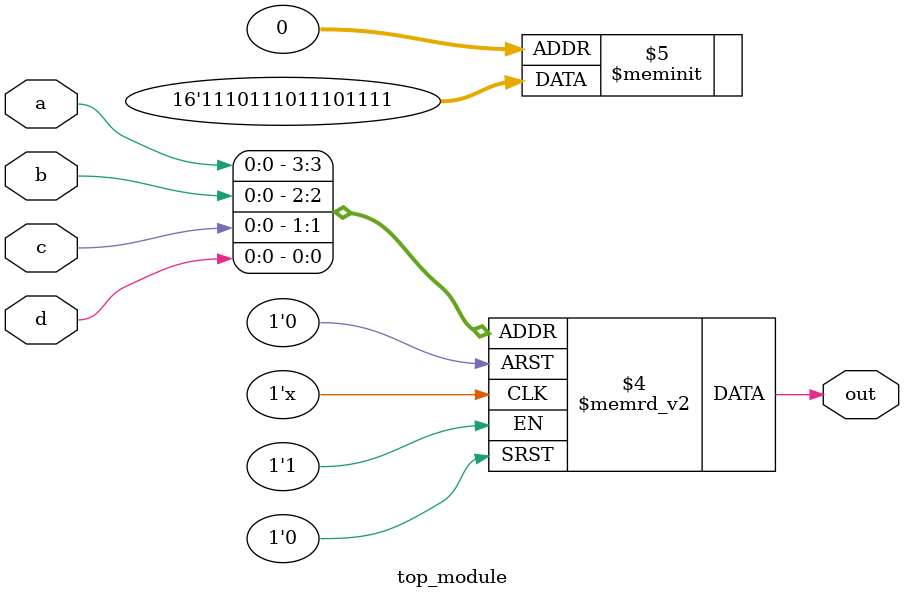
<source format=sv>
module top_module (
    input a, 
    input b,
    input c,
    input d,
    output reg out
);

    always @(*)
    begin
        case({a,b,c,d})
            4'b0000: out = 1'b1;
            4'b0001: out = 1'b1;
            4'b0010: out = 1'b1;
            4'b0011: out = 1'b1;
            4'b0100: out = 1'b0;
            4'b0101: out = 1'b1;
            4'b0110: out = 1'b1;
            4'b0111: out = 1'b1;
            4'b1000: out = 1'b0;
            4'b1001: out = 1'b1;
            4'b1010: out = 1'b1;
            4'b1011: out = 1'b1;
            4'b1100: out = 1'b0;
            4'b1101: out = 1'b1;
            4'b1110: out = 1'b1;
            default: out = 1'b1;
        endcase
    end

endmodule

</source>
